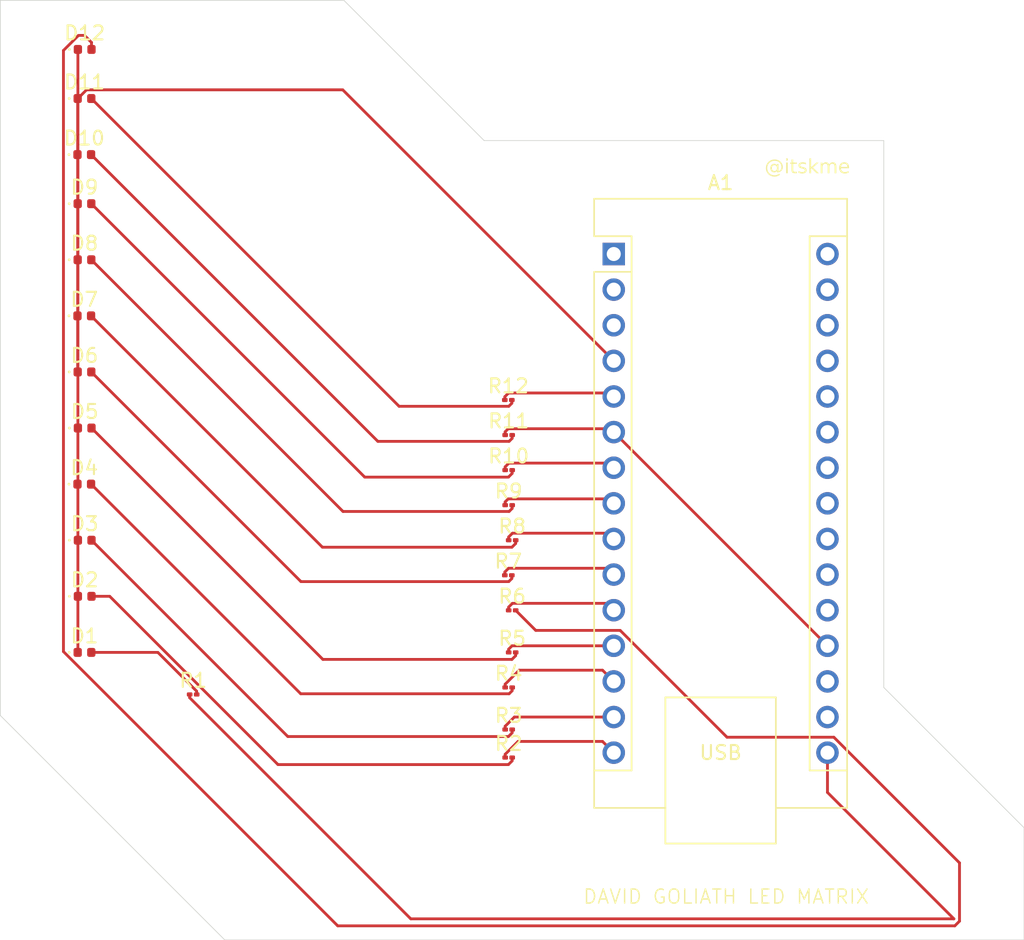
<source format=kicad_pcb>
(kicad_pcb (version 20240108) (generator "pcbnew") (generator_version "8.0")
  (layers (0 "F.Cu" signal) (31 "B.Cu" signal) (34 "B.Paste" user) (35 "F.Paste" user) (36 "B.SilkS" user "B.Silkscreen") (37 "F.SilkS" user "F.Silkscreen") (38 "B.Mask" user) (39 "F.Mask" user) (44 "Edge.Cuts" user))
  (net 0 "")
  (net 1 "Net-(A1-D10)")
  (net 6 "Net-(A1-D13)")
  (net 7 "Net-(D1-K)")
  (net 8 "Net-(A1-D8)")
  (net 9 "Net-(A1-D12)")
  (net 10 "Net-(A1-D7)")
  (net 11 "Net-(A1-A0)")
  (net 12 "Net-(A1-D11)")
  (net 14 "Net-(A1-D5)")
  (net 19 "Net-(A1-D2)")
  (net 21 "Net-(A1-D9)")
  (net 22 "Net-(A1-D6)")
  (net 28 "Net-(A1-D4)")
  (net 30 "Net-(D1-A)")
  (net 31 "Net-(D2-A)")
  (net 32 "Net-(D3-A)")
  (net 33 "Net-(D4-A)")
  (net 34 "Net-(D5-A)")
  (net 35 "Net-(D6-A)")
  (net 36 "Net-(D7-A)")
  (net 37 "Net-(D8-A)")
  (net 38 "Net-(D9-A)")
  (net 39 "Net-(D10-A)")
  (net 40 "Net-(D11-A)")
  (net 41 "Net-(D12-A)")
  (footprint "LED_SMD:LED_0402_1005Metric" (layer "F.Cu") (at 48.985 81)
    (property "Reference" "D10" (at 0 -1.17 0) (layer "F.SilkS"))
    (property "Value" "LED")
    (fp_circle (center -1.09 0) (end -1.04 0) (stroke (width 0.1)) (fill none) (layer "F.SilkS"))
    (pad "1" smd roundrect (at -0.485 0) (size 0.59 0.64) (layers "F.Cu" "F.Paste" "F.Mask") (net 7 "Net-(D1-K)"))
    (pad "2" smd roundrect (at 0.485 0) (size 0.59 0.64) (layers "F.Cu" "F.Paste" "F.Mask") (net 39 "Net-(D10-A)"))
  )
  (footprint "LED_SMD:LED_0402_1005Metric" (layer "F.Cu") (at 49 77)
    (property "Reference" "D11" (at 0 -1.17 0) (layer "F.SilkS"))
    (property "Value" "LED")
    (fp_circle (center -1.09 0) (end -1.04 0) (stroke (width 0.1)) (fill none) (layer "F.SilkS"))
    (pad "1" smd roundrect (at -0.485 0) (size 0.59 0.64) (layers "F.Cu" "F.Paste" "F.Mask") (net 7 "Net-(D1-K)"))
    (pad "2" smd roundrect (at 0.485 0) (size 0.59 0.64) (layers "F.Cu" "F.Paste" "F.Mask") (net 40 "Net-(D11-A)"))
  )
  (footprint "Resistor_SMD:R_01005_0402Metric" (layer "F.Cu") (at 79.5 108.5)
    (property "Reference" "R8" (at 0 -1 0) (layer "F.SilkS"))
    (property "Value" "R")
    (pad "1" smd roundrect (at -0.25 0) (size 0.4 0.3) (layers "F.Cu" "F.Mask") (net 22 "Net-(A1-D6)"))
    (pad "2" smd roundrect (at 0.25 0) (size 0.4 0.3) (layers "F.Cu" "F.Mask") (net 36 "Net-(D7-A)"))
  )
  (footprint "Resistor_SMD:R_01005_0402Metric" (layer "F.Cu") (at 79.25 119)
    (property "Reference" "R4" (at 0 -1 0) (layer "F.SilkS"))
    (property "Value" "R")
    (pad "1" smd roundrect (at -0.25 0) (size 0.4 0.3) (layers "F.Cu" "F.Mask") (net 1 "Net-(A1-D10)"))
    (pad "2" smd roundrect (at 0.25 0) (size 0.4 0.3) (layers "F.Cu" "F.Mask") (net 33 "Net-(D4-A)"))
  )
  (footprint "Resistor_SMD:R_01005_0402Metric" (layer "F.Cu") (at 79.5 116.5)
    (property "Reference" "R5" (at 0 -1 0) (layer "F.SilkS"))
    (property "Value" "R")
    (pad "1" smd roundrect (at -0.25 0) (size 0.4 0.3) (layers "F.Cu" "F.Mask") (net 21 "Net-(A1-D9)"))
    (pad "2" smd roundrect (at 0.25 0) (size 0.4 0.3) (layers "F.Cu" "F.Mask") (net 34 "Net-(D5-A)"))
  )
  (footprint "Resistor_SMD:R_01005_0402Metric" (layer "F.Cu") (at 79.5 113.5)
    (property "Reference" "R6" (at 0 -1 0) (layer "F.SilkS"))
    (property "Value" "R")
    (pad "1" smd roundrect (at -0.25 0) (size 0.4 0.3) (layers "F.Cu" "F.Mask") (net 8 "Net-(A1-D8)"))
    (pad "2" smd roundrect (at 0.25 0) (size 0.4 0.3) (layers "F.Cu" "F.Mask") (net 41 "Net-(D12-A)"))
  )
  (footprint "LED_SMD:LED_0402_1005Metric" (layer "F.Cu") (at 49 88.5)
    (property "Reference" "D8" (at 0 -1.17 0) (layer "F.SilkS"))
    (property "Value" "LED")
    (fp_circle (center -1.09 0) (end -1.04 0) (stroke (width 0.1)) (fill none) (layer "F.SilkS"))
    (pad "1" smd roundrect (at -0.485 0) (size 0.59 0.64) (layers "F.Cu" "F.Paste" "F.Mask") (net 7 "Net-(D1-K)"))
    (pad "2" smd roundrect (at 0.485 0) (size 0.59 0.64) (layers "F.Cu" "F.Paste" "F.Mask") (net 37 "Net-(D8-A)"))
  )
  (footprint "Resistor_SMD:R_01005_0402Metric" (layer "F.Cu") (at 79.25 103.5)
    (property "Reference" "R10" (at 0 -1 0) (layer "F.SilkS"))
    (property "Value" "R")
    (pad "1" smd roundrect (at -0.25 0) (size 0.4 0.3) (layers "F.Cu" "F.Mask") (net 28 "Net-(A1-D4)"))
    (pad "2" smd roundrect (at 0.25 0) (size 0.4 0.3) (layers "F.Cu" "F.Mask") (net 38 "Net-(D9-A)"))
  )
  (footprint "LED_SMD:LED_0402_1005Metric" (layer "F.Cu") (at 49 116.5)
    (property "Reference" "D1" (at 0 -1.17 0) (layer "F.SilkS"))
    (property "Value" "LED")
    (fp_circle (center -1.09 0) (end -1.04 0) (stroke (width 0.1)) (fill none) (layer "F.SilkS"))
    (pad "1" smd roundrect (at -0.485 0) (size 0.59 0.64) (layers "F.Cu" "F.Paste" "F.Mask") (net 7 "Net-(D1-K)"))
    (pad "2" smd roundrect (at 0.485 0) (size 0.59 0.64) (layers "F.Cu" "F.Paste" "F.Mask") (net 30 "Net-(D1-A)"))
  )
  (footprint "Module:Arduino_Nano" (layer "F.Cu") (at 86.745 88.09)
    (property "Reference" "A1" (at 7.62 -5.08 0) (layer "F.SilkS"))
    (property "Value" "Arduino_Nano_v3.x")
    (fp_line (start -1.4 -3.94) (end -1.4 -1.27) (stroke (width 0.12)) (layer "F.SilkS"))
    (fp_line (start -1.4 1.27) (end -1.4 39.5) (stroke (width 0.12)) (layer "F.SilkS"))
    (fp_line (start -1.4 39.5) (end 3.68 39.5) (stroke (width 0.12)) (layer "F.SilkS"))
    (fp_line (start 1.27 -1.27) (end -1.4 -1.27) (stroke (width 0.12)) (layer "F.SilkS"))
    (fp_line (start 1.27 1.27) (end -1.4 1.27) (stroke (width 0.12)) (layer "F.SilkS"))
    (fp_line (start 1.27 1.27) (end 1.27 -1.27) (stroke (width 0.12)) (layer "F.SilkS"))
    (fp_line (start 1.27 1.27) (end 1.27 36.83) (stroke (width 0.12)) (layer "F.SilkS"))
    (fp_line (start 1.27 36.83) (end -1.4 36.83) (stroke (width 0.12)) (layer "F.SilkS"))
    (fp_line (start 3.68 31.62) (end 11.56 31.62) (stroke (width 0.12)) (layer "F.SilkS"))
    (fp_line (start 3.68 42.04) (end 3.68 31.62) (stroke (width 0.12)) (layer "F.SilkS"))
    (fp_line (start 11.56 31.62) (end 11.56 42.04) (stroke (width 0.12)) (layer "F.SilkS"))
    (fp_line (start 11.56 42.04) (end 3.68 42.04) (stroke (width 0.12)) (layer "F.SilkS"))
    (fp_line (start 13.97 -1.27) (end 13.97 36.83) (stroke (width 0.12)) (layer "F.SilkS"))
    (fp_line (start 13.97 -1.27) (end 16.64 -1.27) (stroke (width 0.12)) (layer "F.SilkS"))
    (fp_line (start 13.97 36.83) (end 16.64 36.83) (stroke (width 0.12)) (layer "F.SilkS"))
    (fp_line (start 16.64 -3.94) (end -1.4 -3.94) (stroke (width 0.12)) (layer "F.SilkS"))
    (fp_line (start 16.64 39.5) (end 11.56 39.5) (stroke (width 0.12)) (layer "F.SilkS"))
    (fp_line (start 16.64 39.5) (end 16.64 -3.94) (stroke (width 0.12)) (layer "F.SilkS"))
    (fp_text user "USB" (at 7.62 35.56 0) (layer "F.SilkS"))
    (pad "1" thru_hole rect (at 0 0) (size 1.6 1.6) (drill 1) (layers "*.Cu" "*.Mask"))
    (pad "2" thru_hole oval (at 0 2.54) (size 1.6 1.6) (drill 1) (layers "*.Cu" "*.Mask"))
    (pad "3" thru_hole oval (at 0 5.08) (size 1.6 1.6) (drill 1) (layers "*.Cu" "*.Mask"))
    (pad "4" thru_hole oval (at 0 7.62) (size 1.6 1.6) (drill 1) (layers "*.Cu" "*.Mask") (net 7 "Net-(D1-K)"))
    (pad "5" thru_hole oval (at 0 10.16) (size 1.6 1.6) (drill 1) (layers "*.Cu" "*.Mask") (net 19 "Net-(A1-D2)"))
    (pad "6" thru_hole oval (at 0 12.7) (size 1.6 1.6) (drill 1) (layers "*.Cu" "*.Mask") (net 11 "Net-(A1-A0)"))
    (pad "7" thru_hole oval (at 0 15.24) (size 1.6 1.6) (drill 1) (layers "*.Cu" "*.Mask") (net 28 "Net-(A1-D4)"))
    (pad "8" thru_hole oval (at 0 17.78) (size 1.6 1.6) (drill 1) (layers "*.Cu" "*.Mask") (net 14 "Net-(A1-D5)"))
    (pad "9" thru_hole oval (at 0 20.32) (size 1.6 1.6) (drill 1) (layers "*.Cu" "*.Mask") (net 22 "Net-(A1-D6)"))
    (pad "10" thru_hole oval (at 0 22.86) (size 1.6 1.6) (drill 1) (layers "*.Cu" "*.Mask") (net 10 "Net-(A1-D7)"))
    (pad "11" thru_hole oval (at 0 25.4) (size 1.6 1.6) (drill 1) (layers "*.Cu" "*.Mask") (net 8 "Net-(A1-D8)"))
    (pad "12" thru_hole oval (at 0 27.94) (size 1.6 1.6) (drill 1) (layers "*.Cu" "*.Mask") (net 21 "Net-(A1-D9)"))
    (pad "13" thru_hole oval (at 0 30.48) (size 1.6 1.6) (drill 1) (layers "*.Cu" "*.Mask") (net 1 "Net-(A1-D10)"))
    (pad "14" thru_hole oval (at 0 33.02) (size 1.6 1.6) (drill 1) (layers "*.Cu" "*.Mask") (net 12 "Net-(A1-D11)"))
    (pad "15" thru_hole oval (at 0 35.56) (size 1.6 1.6) (drill 1) (layers "*.Cu" "*.Mask") (net 9 "Net-(A1-D12)"))
    (pad "16" thru_hole oval (at 15.24 35.56) (size 1.6 1.6) (drill 1) (layers "*.Cu" "*.Mask") (net 6 "Net-(A1-D13)"))
    (pad "17" thru_hole oval (at 15.24 33.02) (size 1.6 1.6) (drill 1) (layers "*.Cu" "*.Mask"))
    (pad "18" thru_hole oval (at 15.24 30.48) (size 1.6 1.6) (drill 1) (layers "*.Cu" "*.Mask"))
    (pad "19" thru_hole oval (at 15.24 27.94) (size 1.6 1.6) (drill 1) (layers "*.Cu" "*.Mask") (net 11 "Net-(A1-A0)"))
    (pad "20" thru_hole oval (at 15.24 25.4) (size 1.6 1.6) (drill 1) (layers "*.Cu" "*.Mask"))
    (pad "21" thru_hole oval (at 15.24 22.86) (size 1.6 1.6) (drill 1) (layers "*.Cu" "*.Mask"))
    (pad "22" thru_hole oval (at 15.24 20.32) (size 1.6 1.6) (drill 1) (layers "*.Cu" "*.Mask"))
    (pad "23" thru_hole oval (at 15.24 17.78) (size 1.6 1.6) (drill 1) (layers "*.Cu" "*.Mask"))
    (pad "24" thru_hole oval (at 15.24 15.24) (size 1.6 1.6) (drill 1) (layers "*.Cu" "*.Mask"))
    (pad "25" thru_hole oval (at 15.24 12.7) (size 1.6 1.6) (drill 1) (layers "*.Cu" "*.Mask"))
    (pad "26" thru_hole oval (at 15.24 10.16) (size 1.6 1.6) (drill 1) (layers "*.Cu" "*.Mask"))
    (pad "27" thru_hole oval (at 15.24 7.62) (size 1.6 1.6) (drill 1) (layers "*.Cu" "*.Mask"))
    (pad "28" thru_hole oval (at 15.24 5.08) (size 1.6 1.6) (drill 1) (layers "*.Cu" "*.Mask"))
    (pad "29" thru_hole oval (at 15.24 2.54) (size 1.6 1.6) (drill 1) (layers "*.Cu" "*.Mask"))
    (pad "30" thru_hole oval (at 15.24 0) (size 1.6 1.6) (drill 1) (layers "*.Cu" "*.Mask"))
  )
  (footprint "LED_SMD:LED_0402_1005Metric" (layer "F.Cu") (at 49.015 100.5)
    (property "Reference" "D5" (at 0 -1.17 0) (layer "F.SilkS"))
    (property "Value" "LED")
    (fp_circle (center -1.09 0) (end -1.04 0) (stroke (width 0.1)) (fill none) (layer "F.SilkS"))
    (pad "1" smd roundrect (at -0.485 0) (size 0.59 0.64) (layers "F.Cu" "F.Paste" "F.Mask") (net 7 "Net-(D1-K)"))
    (pad "2" smd roundrect (at 0.485 0) (size 0.59 0.64) (layers "F.Cu" "F.Paste" "F.Mask") (net 34 "Net-(D5-A)"))
  )
  (footprint "Resistor_SMD:R_01005_0402Metric" (layer "F.Cu") (at 79.225 98.5)
    (property "Reference" "R12" (at 0 -1 0) (layer "F.SilkS"))
    (property "Value" "R")
    (pad "1" smd roundrect (at -0.25 0) (size 0.4 0.3) (layers "F.Cu" "F.Mask") (net 19 "Net-(A1-D2)"))
    (pad "2" smd roundrect (at 0.25 0) (size 0.4 0.3) (layers "F.Cu" "F.Mask") (net 40 "Net-(D11-A)"))
  )
  (footprint "LED_SMD:LED_0402_1005Metric" (layer "F.Cu") (at 49.015 112.5)
    (property "Reference" "D2" (at 0 -1.17 0) (layer "F.SilkS"))
    (property "Value" "LED")
    (fp_circle (center -1.09 0) (end -1.04 0) (stroke (width 0.1)) (fill none) (layer "F.SilkS"))
    (pad "1" smd roundrect (at -0.485 0) (size 0.59 0.64) (layers "F.Cu" "F.Paste" "F.Mask") (net 7 "Net-(D1-K)"))
    (pad "2" smd roundrect (at 0.485 0) (size 0.59 0.64) (layers "F.Cu" "F.Paste" "F.Mask") (net 31 "Net-(D2-A)"))
  )
  (footprint "LED_SMD:LED_0402_1005Metric" (layer "F.Cu") (at 49.015 108.5)
    (property "Reference" "D3" (at 0 -1.17 0) (layer "F.SilkS"))
    (property "Value" "LED")
    (fp_circle (center -1.09 0) (end -1.04 0) (stroke (width 0.1)) (fill none) (layer "F.SilkS"))
    (pad "1" smd roundrect (at -0.485 0) (size 0.59 0.64) (layers "F.Cu" "F.Paste" "F.Mask") (net 7 "Net-(D1-K)"))
    (pad "2" smd roundrect (at 0.485 0) (size 0.59 0.64) (layers "F.Cu" "F.Paste" "F.Mask") (net 32 "Net-(D3-A)"))
  )
  (footprint "Resistor_SMD:R_01005_0402Metric" (layer "F.Cu") (at 79.25 124)
    (property "Reference" "R2" (at 0 -1 0) (layer "F.SilkS"))
    (property "Value" "R")
    (pad "1" smd roundrect (at -0.25 0) (size 0.4 0.3) (layers "F.Cu" "F.Mask") (net 9 "Net-(A1-D12)"))
    (pad "2" smd roundrect (at 0.25 0) (size 0.4 0.3) (layers "F.Cu" "F.Mask") (net 31 "Net-(D2-A)"))
  )
  (footprint "LED_SMD:LED_0402_1005Metric" (layer "F.Cu") (at 48.985 92.5)
    (property "Reference" "D7" (at 0 -1.17 0) (layer "F.SilkS"))
    (property "Value" "LED")
    (fp_circle (center -1.09 0) (end -1.04 0) (stroke (width 0.1)) (fill none) (layer "F.SilkS"))
    (pad "1" smd roundrect (at -0.485 0) (size 0.59 0.64) (layers "F.Cu" "F.Paste" "F.Mask") (net 7 "Net-(D1-K)"))
    (pad "2" smd roundrect (at 0.485 0) (size 0.59 0.64) (layers "F.Cu" "F.Paste" "F.Mask") (net 36 "Net-(D7-A)"))
  )
  (footprint "Resistor_SMD:R_01005_0402Metric" (layer "F.Cu") (at 79.25 106)
    (property "Reference" "R9" (at 0 -1 0) (layer "F.SilkS"))
    (property "Value" "R")
    (pad "1" smd roundrect (at -0.25 0) (size 0.4 0.3) (layers "F.Cu" "F.Mask") (net 14 "Net-(A1-D5)"))
    (pad "2" smd roundrect (at 0.25 0) (size 0.4 0.3) (layers "F.Cu" "F.Mask") (net 37 "Net-(D8-A)"))
  )
  (footprint "Resistor_SMD:R_01005_0402Metric" (layer "F.Cu") (at 79.25 101)
    (property "Reference" "R11" (at 0 -1 0) (layer "F.SilkS"))
    (property "Value" "R")
    (pad "1" smd roundrect (at -0.25 0) (size 0.4 0.3) (layers "F.Cu" "F.Mask") (net 11 "Net-(A1-A0)"))
    (pad "2" smd roundrect (at 0.25 0) (size 0.4 0.3) (layers "F.Cu" "F.Mask") (net 39 "Net-(D10-A)"))
  )
  (footprint "LED_SMD:LED_0402_1005Metric" (layer "F.Cu") (at 49 96.5)
    (property "Reference" "D6" (at 0 -1.17 0) (layer "F.SilkS"))
    (property "Value" "LED")
    (fp_circle (center -1.09 0) (end -1.04 0) (stroke (width 0.1)) (fill none) (layer "F.SilkS"))
    (pad "1" smd roundrect (at -0.485 0) (size 0.59 0.64) (layers "F.Cu" "F.Paste" "F.Mask") (net 7 "Net-(D1-K)"))
    (pad "2" smd roundrect (at 0.485 0) (size 0.59 0.64) (layers "F.Cu" "F.Paste" "F.Mask") (net 35 "Net-(D6-A)"))
  )
  (footprint "Resistor_SMD:R_01005_0402Metric" (layer "F.Cu") (at 56.75 119.5)
    (property "Reference" "R1" (at 0 -1 0) (layer "F.SilkS"))
    (property "Value" "R")
    (pad "1" smd roundrect (at -0.25 0) (size 0.4 0.3) (layers "F.Cu" "F.Mask") (net 6 "Net-(A1-D13)"))
    (pad "2" smd roundrect (at 0.25 0) (size 0.4 0.3) (layers "F.Cu" "F.Mask") (net 30 "Net-(D1-A)"))
  )
  (footprint "LED_SMD:LED_0402_1005Metric" (layer "F.Cu") (at 49.015 73.5)
    (property "Reference" "D12" (at 0 -1.17 0) (layer "F.SilkS"))
    (property "Value" "LED")
    (fp_circle (center -1.09 0) (end -1.04 0) (stroke (width 0.1)) (fill none) (layer "F.SilkS"))
    (pad "1" smd roundrect (at -0.485 0) (size 0.59 0.64) (layers "F.Cu" "F.Paste" "F.Mask") (net 7 "Net-(D1-K)"))
    (pad "2" smd roundrect (at 0.485 0) (size 0.59 0.64) (layers "F.Cu" "F.Paste" "F.Mask") (net 41 "Net-(D12-A)"))
  )
  (footprint "Resistor_SMD:R_01005_0402Metric" (layer "F.Cu") (at 79.25 122)
    (property "Reference" "R3" (at 0 -1 0) (layer "F.SilkS"))
    (property "Value" "R")
    (pad "1" smd roundrect (at -0.25 0) (size 0.4 0.3) (layers "F.Cu" "F.Mask") (net 12 "Net-(A1-D11)"))
    (pad "2" smd roundrect (at 0.25 0) (size 0.4 0.3) (layers "F.Cu" "F.Mask") (net 32 "Net-(D3-A)"))
  )
  (footprint "LED_SMD:LED_0402_1005Metric" (layer "F.Cu") (at 49 84.5)
    (property "Reference" "D9" (at 0 -1.17 0) (layer "F.SilkS"))
    (property "Value" "LED")
    (fp_circle (center -1.09 0) (end -1.04 0) (stroke (width 0.1)) (fill none) (layer "F.SilkS"))
    (pad "1" smd roundrect (at -0.485 0) (size 0.59 0.64) (layers "F.Cu" "F.Paste" "F.Mask") (net 7 "Net-(D1-K)"))
    (pad "2" smd roundrect (at 0.485 0) (size 0.59 0.64) (layers "F.Cu" "F.Paste" "F.Mask") (net 38 "Net-(D9-A)"))
  )
  (footprint "Resistor_SMD:R_01005_0402Metric" (layer "F.Cu") (at 79.225 111)
    (property "Reference" "R7" (at 0 -1 0) (layer "F.SilkS"))
    (property "Value" "R")
    (pad "1" smd roundrect (at -0.25 0) (size 0.4 0.3) (layers "F.Cu" "F.Mask") (net 10 "Net-(A1-D7)"))
    (pad "2" smd roundrect (at 0.25 0) (size 0.4 0.3) (layers "F.Cu" "F.Mask") (net 35 "Net-(D6-A)"))
  )
  (footprint "LED_SMD:LED_0402_1005Metric" (layer "F.Cu") (at 48.985 104.5)
    (property "Reference" "D4" (at 0 -1.17 0) (layer "F.SilkS"))
    (property "Value" "LED")
    (fp_circle (center -1.09 0) (end -1.04 0) (stroke (width 0.1)) (fill none) (layer "F.SilkS"))
    (pad "1" smd roundrect (at -0.485 0) (size 0.59 0.64) (layers "F.Cu" "F.Paste" "F.Mask") (net 7 "Net-(D1-K)"))
    (pad "2" smd roundrect (at 0.485 0) (size 0.59 0.64) (layers "F.Cu" "F.Paste" "F.Mask") (net 33 "Net-(D4-A)"))
  )
  (gr_line (start 59 137) (end 116 137) (stroke (width 0.05)) (layer "Edge.Cuts"))
  (gr_line (start 106 80) (end 106 119) (stroke (width 0.05)) (layer "Edge.Cuts"))
  (gr_line (start 116 137) (end 116 129) (stroke (width 0.05)) (layer "Edge.Cuts"))
  (gr_line (start 43 121) (end 43 70) (stroke (width 0.05)) (layer "Edge.Cuts"))
  (gr_line (start 77.5 80) (end 67.5 70) (stroke (width 0.05)) (layer "Edge.Cuts"))
  (gr_line (start 116 129) (end 106 119) (stroke (width 0.05)) (layer "Edge.Cuts"))
  (gr_line (start 43 70) (end 67.5 70) (stroke (width 0.05)) (layer "Edge.Cuts"))
  (gr_line (start 43 121) (end 59 137) (stroke (width 0.05)) (layer "Edge.Cuts"))
  (gr_line (start 106 80) (end 77.5 80) (stroke (width 0.05)) (layer "Edge.Cuts"))
  (gr_text "@itskme" (at 97.5 82.5 0) (layer "F.SilkS") (effects (font (size 1 1)) (justify left bottom)))
  (gr_text "DAVID GOLIATH LED MATRIX" (at 84.5 134.5 0) (layer "F.SilkS") (effects (font (size 1 1) (thickness 0.1)) (justify left bottom)))
  (segment (start 79.997589 117.770001) (end 85.945001 117.770001) (width 0.2) (layer "F.Cu") (net 1))
  (segment (start 85.945001 117.770001) (end 86.745 118.57) (width 0.2) (layer "F.Cu") (net 1))
  (segment (start 79 119) (end 79 118.76759) (width 0.2) (layer "F.Cu") (net 1))
  (segment (start 79 118.76759) (end 79.997589 117.770001) (width 0.2) (layer "F.Cu") (net 1))
  (segment (start 72.26759 135.5) (end 111 135.5) (width 0.2) (layer "F.Cu") (net 6))
  (segment (start 56.5 119.5) (end 56.5 119.73241) (width 0.2) (layer "F.Cu") (net 6))
  (segment (start 56.5 119.73241) (end 72.26759 135.5) (width 0.2) (layer "F.Cu") (net 6))
  (segment (start 101.985 126.485) (end 101.985 123.65) (width 0.2) (layer "F.Cu") (net 6))
  (segment (start 111 135.5) (end 101.985 126.485) (width 0.2) (layer "F.Cu") (net 6))
  (segment (start 48.515 96.5) (end 48.515 77.013052) (width 0.2) (layer "F.Cu") (net 7))
  (segment (start 48.53 116.485) (end 48.515 116.5) (width 0.2) (layer "F.Cu") (net 7))
  (segment (start 48.515 77.013052) (end 49.148052 76.38) (width 0.2) (layer "F.Cu") (net 7))
  (segment (start 67.415 76.38) (end 86.745 95.71) (width 0.2) (layer "F.Cu") (net 7))
  (segment (start 49.148052 76.38) (end 67.415 76.38) (width 0.2) (layer "F.Cu") (net 7))
  (segment (start 48.53 73.5) (end 48.53 116.485) (width 0.2) (layer "F.Cu") (net 7))
  (segment (start 86.255 113) (end 86.745 113.49) (width 0.2) (layer "F.Cu") (net 8))
  (segment (start 79.51759 113) (end 86.255 113) (width 0.2) (layer "F.Cu") (net 8))
  (segment (start 79.25 113.26759) (end 79.51759 113) (width 0.2) (layer "F.Cu") (net 8))
  (segment (start 79.25 113.5) (end 79.25 113.26759) (width 0.2) (layer "F.Cu") (net 8))
  (segment (start 85.945001 122.850001) (end 86.745 123.65) (width 0.2) (layer "F.Cu") (net 9))
  (segment (start 79.917589 122.850001) (end 85.945001 122.850001) (width 0.2) (layer "F.Cu") (net 9))
  (segment (start 79 123.76759) (end 79.917589 122.850001) (width 0.2) (layer "F.Cu") (net 9))
  (segment (start 79 124) (end 79 123.76759) (width 0.2) (layer "F.Cu") (net 9))
  (segment (start 78.975 110.76759) (end 79.24259 110.5) (width 0.2) (layer "F.Cu") (net 10))
  (segment (start 78.975 111) (end 78.975 110.76759) (width 0.2) (layer "F.Cu") (net 10))
  (segment (start 86.295 110.5) (end 86.745 110.95) (width 0.2) (layer "F.Cu") (net 10))
  (segment (start 79.24259 110.5) (end 86.295 110.5) (width 0.2) (layer "F.Cu") (net 10))
  (segment (start 86.505 100.55) (end 86.745 100.79) (width 0.2) (layer "F.Cu") (net 11))
  (segment (start 79.21759 100.55) (end 86.505 100.55) (width 0.2) (layer "F.Cu") (net 11))
  (segment (start 79 101) (end 79 100.76759) (width 0.2) (layer "F.Cu") (net 11))
  (segment (start 79 100.76759) (end 79.21759 100.55) (width 0.2) (layer "F.Cu") (net 11))
  (segment (start 101.985 116.03) (end 86.745 100.79) (width 0.2) (layer "F.Cu") (net 11))
  (segment (start 79 122) (end 79 121.76759) (width 0.2) (layer "F.Cu") (net 12))
  (segment (start 79 121.76759) (end 79.65759 121.11) (width 0.2) (layer "F.Cu") (net 12))
  (segment (start 79.65759 121.11) (end 86.745 121.11) (width 0.2) (layer "F.Cu") (net 12))
  (segment (start 79 105.76759) (end 79.21759 105.55) (width 0.2) (layer "F.Cu") (net 14))
  (segment (start 79.21759 105.55) (end 86.425 105.55) (width 0.2) (layer "F.Cu") (net 14))
  (segment (start 79 106) (end 79 105.76759) (width 0.2) (layer "F.Cu") (net 14))
  (segment (start 86.425 105.55) (end 86.745 105.87) (width 0.2) (layer "F.Cu") (net 14))
  (segment (start 78.975 98.5) (end 78.975 98.26759) (width 0.2) (layer "F.Cu") (net 19))
  (segment (start 79.24259 98) (end 86.495 98) (width 0.2) (layer "F.Cu") (net 19))
  (segment (start 78.975 98.26759) (end 79.24259 98) (width 0.2) (layer "F.Cu") (net 19))
  (segment (start 86.495 98) (end 86.745 98.25) (width 0.2) (layer "F.Cu") (net 19))
  (segment (start 79.48759 116.03) (end 86.745 116.03) (width 0.2) (layer "F.Cu") (net 21))
  (segment (start 79.25 116.26759) (end 79.48759 116.03) (width 0.2) (layer "F.Cu") (net 21))
  (segment (start 79.25 116.5) (end 79.25 116.26759) (width 0.2) (layer "F.Cu") (net 21))
  (segment (start 86.335 108) (end 86.745 108.41) (width 0.2) (layer "F.Cu") (net 22))
  (segment (start 79.51759 108) (end 86.335 108) (width 0.2) (layer "F.Cu") (net 22))
  (segment (start 79.25 108.5) (end 79.25 108.26759) (width 0.2) (layer "F.Cu") (net 22))
  (segment (start 79.25 108.26759) (end 79.51759 108) (width 0.2) (layer "F.Cu") (net 22))
  (segment (start 79.26759 103) (end 86.415 103) (width 0.2) (layer "F.Cu") (net 28))
  (segment (start 79 103.26759) (end 79.26759 103) (width 0.2) (layer "F.Cu") (net 28))
  (segment (start 79 103.5) (end 79 103.26759) (width 0.2) (layer "F.Cu") (net 28))
  (segment (start 86.415 103) (end 86.745 103.33) (width 0.2) (layer "F.Cu") (net 28))
  (segment (start 57 119.26759) (end 54.23241 116.5) (width 0.2) (layer "F.Cu") (net 30))
  (segment (start 54.23241 116.5) (end 49.485 116.5) (width 0.2) (layer "F.Cu") (net 30))
  (segment (start 57 119.5) (end 57 119.26759) (width 0.2) (layer "F.Cu") (net 30))
  (segment (start 62.798096 124.5) (end 50.798096 112.5) (width 0.2) (layer "F.Cu") (net 31))
  (segment (start 79.5 124) (end 79.5 124.23241) (width 0.2) (layer "F.Cu") (net 31))
  (segment (start 79.5 124.23241) (end 79.23241 124.5) (width 0.2) (layer "F.Cu") (net 31))
  (segment (start 79.23241 124.5) (end 62.798096 124.5) (width 0.2) (layer "F.Cu") (net 31))
  (segment (start 50.798096 112.5) (end 49.5 112.5) (width 0.2) (layer "F.Cu") (net 31))
  (segment (start 63.5 122.5) (end 49.5 108.5) (width 0.2) (layer "F.Cu") (net 32))
  (segment (start 79.23241 122.5) (end 63.5 122.5) (width 0.2) (layer "F.Cu") (net 32))
  (segment (start 79.5 122) (end 79.5 122.23241) (width 0.2) (layer "F.Cu") (net 32))
  (segment (start 79.5 122.23241) (end 79.23241 122.5) (width 0.2) (layer "F.Cu") (net 32))
  (segment (start 64.42 119.45) (end 49.47 104.5) (width 0.2) (layer "F.Cu") (net 33))
  (segment (start 79.5 119) (end 79.5 119.23241) (width 0.2) (layer "F.Cu") (net 33))
  (segment (start 79.28241 119.45) (end 64.42 119.45) (width 0.2) (layer "F.Cu") (net 33))
  (segment (start 79.5 119.23241) (end 79.28241 119.45) (width 0.2) (layer "F.Cu") (net 33))
  (segment (start 66 117) (end 49.5 100.5) (width 0.2) (layer "F.Cu") (net 34))
  (segment (start 79.75 116.5) (end 79.75 116.73241) (width 0.2) (layer "F.Cu") (net 34))
  (segment (start 79.48241 117) (end 66 117) (width 0.2) (layer "F.Cu") (net 34))
  (segment (start 79.75 116.73241) (end 79.48241 117) (width 0.2) (layer "F.Cu") (net 34))
  (segment (start 79.475 111) (end 79.475 111.23241) (width 0.2) (layer "F.Cu") (net 35))
  (segment (start 79.475 111.23241) (end 79.25741 111.45) (width 0.2) (layer "F.Cu") (net 35))
  (segment (start 79.25741 111.45) (end 64.435 111.45) (width 0.2) (layer "F.Cu") (net 35))
  (segment (start 64.435 111.45) (end 49.485 96.5) (width 0.2) (layer "F.Cu") (net 35))
  (segment (start 79.75 108.5) (end 79.75 108.73241) (width 0.2) (layer "F.Cu") (net 36))
  (segment (start 79.48241 109) (end 65.97 109) (width 0.2) (layer "F.Cu") (net 36))
  (segment (start 79.75 108.73241) (end 79.48241 109) (width 0.2) (layer "F.Cu") (net 36))
  (segment (start 65.97 109) (end 49.47 92.5) (width 0.2) (layer "F.Cu") (net 36))
  (segment (start 79.28241 106.45) (end 67.435 106.45) (width 0.2) (layer "F.Cu") (net 37))
  (segment (start 79.5 106.23241) (end 79.28241 106.45) (width 0.2) (layer "F.Cu") (net 37))
  (segment (start 79.5 106) (end 79.5 106.23241) (width 0.2) (layer "F.Cu") (net 37))
  (segment (start 67.435 106.45) (end 49.485 88.5) (width 0.2) (layer "F.Cu") (net 37))
  (segment (start 79.5 103.5) (end 79.5 103.73241) (width 0.2) (layer "F.Cu") (net 38))
  (segment (start 79.5 103.73241) (end 79.23241 104) (width 0.2) (layer "F.Cu") (net 38))
  (segment (start 79.23241 104) (end 68.985 104) (width 0.2) (layer "F.Cu") (net 38))
  (segment (start 68.985 104) (end 49.485 84.5) (width 0.2) (layer "F.Cu") (net 38))
  (segment (start 79.5 101.23241) (end 79.28241 101.45) (width 0.2) (layer "F.Cu") (net 39))
  (segment (start 79.28241 101.45) (end 69.92 101.45) (width 0.2) (layer "F.Cu") (net 39))
  (segment (start 79.5 101) (end 79.5 101.23241) (width 0.2) (layer "F.Cu") (net 39))
  (segment (start 69.92 101.45) (end 49.47 81) (width 0.2) (layer "F.Cu") (net 39))
  (segment (start 71.435 98.95) (end 49.485 77) (width 0.2) (layer "F.Cu") (net 40))
  (segment (start 79.25741 98.95) (end 71.435 98.95) (width 0.2) (layer "F.Cu") (net 40))
  (segment (start 79.475 98.73241) (end 79.25741 98.95) (width 0.2) (layer "F.Cu") (net 40))
  (segment (start 79.475 98.5) (end 79.475 98.73241) (width 0.2) (layer "F.Cu") (net 40))
  (segment (start 102.440635 122.55) (end 111.4 131.509365) (width 0.2) (layer "F.Cu") (net 41))
  (segment (start 47.5 116.441948) (end 47.5 73.573052) (width 0.2) (layer "F.Cu") (net 41))
  (segment (start 81.18 114.93) (end 87.200635 114.93) (width 0.2) (layer "F.Cu") (net 41))
  (segment (start 49 72.5) (end 49.5 73) (width 0.2) (layer "F.Cu") (net 41))
  (segment (start 49.5 73) (end 49.5 73.5) (width 0.2) (layer "F.Cu") (net 41))
  (segment (start 48.573052 72.5) (end 49 72.5) (width 0.2) (layer "F.Cu") (net 41))
  (segment (start 111.4 131.509365) (end 111.4 135.665685) (width 0.2) (layer "F.Cu") (net 41))
  (segment (start 87.200635 114.93) (end 94.820635 122.55) (width 0.2) (layer "F.Cu") (net 41))
  (segment (start 94.820635 122.55) (end 102.440635 122.55) (width 0.2) (layer "F.Cu") (net 41))
  (segment (start 67.058052 136) (end 47.5 116.441948) (width 0.2) (layer "F.Cu") (net 41))
  (segment (start 47.5 73.573052) (end 48.573052 72.5) (width 0.2) (layer "F.Cu") (net 41))
  (segment (start 111.4 135.665685) (end 111.065685 136) (width 0.2) (layer "F.Cu") (net 41))
  (segment (start 111.065685 136) (end 67.058052 136) (width 0.2) (layer "F.Cu") (net 41))
  (segment (start 79.75 113.5) (end 81.18 114.93) (width 0.2) (layer "F.Cu") (net 41))
)
</source>
